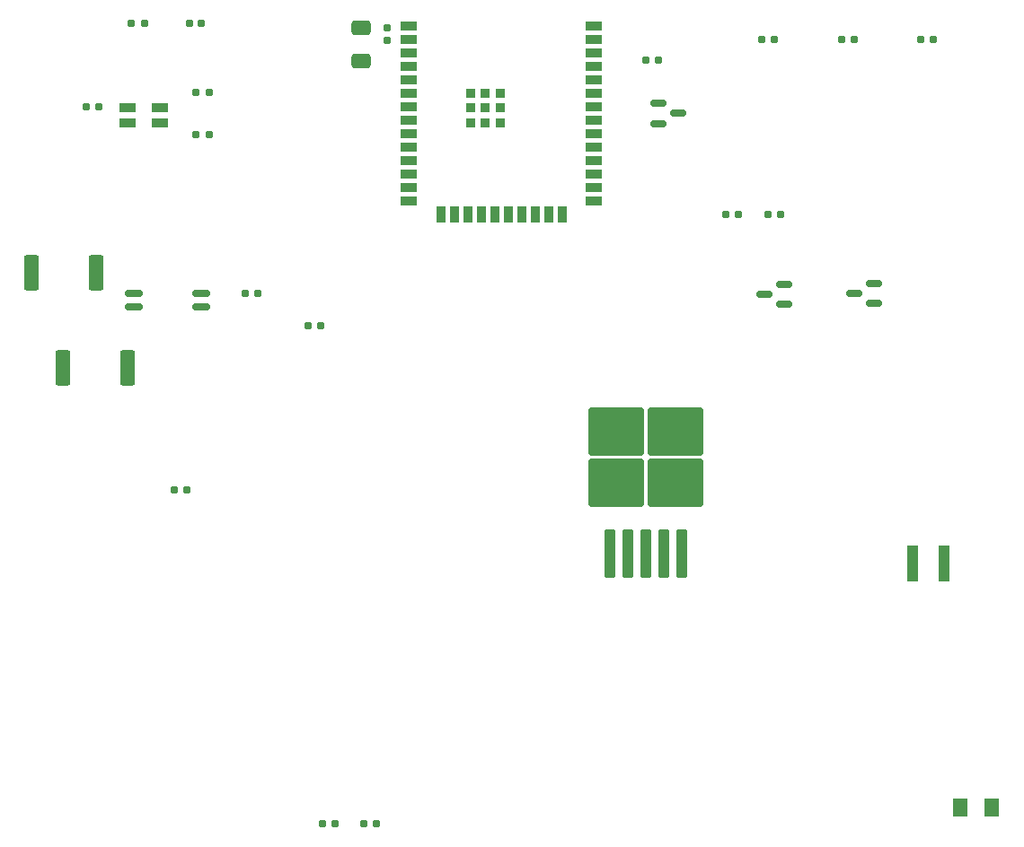
<source format=gbr>
%TF.GenerationSoftware,KiCad,Pcbnew,8.0.3*%
%TF.CreationDate,2024-07-01T15:14:42+02:00*%
%TF.ProjectId,wattwiser,77617474-7769-4736-9572-2e6b69636164,rev?*%
%TF.SameCoordinates,Original*%
%TF.FileFunction,Paste,Top*%
%TF.FilePolarity,Positive*%
%FSLAX46Y46*%
G04 Gerber Fmt 4.6, Leading zero omitted, Abs format (unit mm)*
G04 Created by KiCad (PCBNEW 8.0.3) date 2024-07-01 15:14:42*
%MOMM*%
%LPD*%
G01*
G04 APERTURE LIST*
G04 Aperture macros list*
%AMRoundRect*
0 Rectangle with rounded corners*
0 $1 Rounding radius*
0 $2 $3 $4 $5 $6 $7 $8 $9 X,Y pos of 4 corners*
0 Add a 4 corners polygon primitive as box body*
4,1,4,$2,$3,$4,$5,$6,$7,$8,$9,$2,$3,0*
0 Add four circle primitives for the rounded corners*
1,1,$1+$1,$2,$3*
1,1,$1+$1,$4,$5*
1,1,$1+$1,$6,$7*
1,1,$1+$1,$8,$9*
0 Add four rect primitives between the rounded corners*
20,1,$1+$1,$2,$3,$4,$5,0*
20,1,$1+$1,$4,$5,$6,$7,0*
20,1,$1+$1,$6,$7,$8,$9,0*
20,1,$1+$1,$8,$9,$2,$3,0*%
G04 Aperture macros list end*
%ADD10RoundRect,0.249999X-0.450001X-1.425001X0.450001X-1.425001X0.450001X1.425001X-0.450001X1.425001X0*%
%ADD11RoundRect,0.250000X0.650000X-0.412500X0.650000X0.412500X-0.650000X0.412500X-0.650000X-0.412500X0*%
%ADD12RoundRect,0.160000X-0.197500X-0.160000X0.197500X-0.160000X0.197500X0.160000X-0.197500X0.160000X0*%
%ADD13RoundRect,0.160000X0.197500X0.160000X-0.197500X0.160000X-0.197500X-0.160000X0.197500X-0.160000X0*%
%ADD14R,1.500000X0.900000*%
%ADD15R,0.900000X1.500000*%
%ADD16R,0.900000X0.900000*%
%ADD17RoundRect,0.155000X-0.212500X-0.155000X0.212500X-0.155000X0.212500X0.155000X-0.212500X0.155000X0*%
%ADD18RoundRect,0.150000X-0.587500X-0.150000X0.587500X-0.150000X0.587500X0.150000X-0.587500X0.150000X0*%
%ADD19RoundRect,0.110000X0.440000X1.590000X-0.440000X1.590000X-0.440000X-1.590000X0.440000X-1.590000X0*%
%ADD20RoundRect,0.250001X-0.462499X-0.624999X0.462499X-0.624999X0.462499X0.624999X-0.462499X0.624999X0*%
%ADD21RoundRect,0.155000X0.155000X-0.212500X0.155000X0.212500X-0.155000X0.212500X-0.155000X-0.212500X0*%
%ADD22RoundRect,0.150000X0.587500X0.150000X-0.587500X0.150000X-0.587500X-0.150000X0.587500X-0.150000X0*%
%ADD23RoundRect,0.150000X-0.662500X-0.150000X0.662500X-0.150000X0.662500X0.150000X-0.662500X0.150000X0*%
%ADD24RoundRect,0.250000X0.300000X-2.050000X0.300000X2.050000X-0.300000X2.050000X-0.300000X-2.050000X0*%
%ADD25RoundRect,0.250000X2.375000X-2.025000X2.375000X2.025000X-2.375000X2.025000X-2.375000X-2.025000X0*%
G04 APERTURE END LIST*
D10*
%TO.C,R16*%
X92450000Y-82000000D03*
X98550000Y-82000000D03*
%TD*%
%TO.C,R1*%
X89500000Y-73000000D03*
X95600000Y-73000000D03*
%TD*%
D11*
%TO.C,C2*%
X120500000Y-53062500D03*
X120500000Y-49937500D03*
%TD*%
D12*
%TO.C,R3*%
X147402500Y-53000000D03*
X148597500Y-53000000D03*
%TD*%
D13*
%TO.C,R15*%
X120805000Y-125000000D03*
X122000000Y-125000000D03*
%TD*%
D14*
%TO.C,U1*%
X125000000Y-49750000D03*
X125000000Y-51020000D03*
X125000000Y-52290000D03*
X125000000Y-53560000D03*
X125000000Y-54830000D03*
X125000000Y-56100000D03*
X125000000Y-57370000D03*
X125000000Y-58640000D03*
X125000000Y-59910000D03*
X125000000Y-61180000D03*
X125000000Y-62450000D03*
X125000000Y-63720000D03*
X125000000Y-64990000D03*
X125000000Y-66260000D03*
D15*
X128040000Y-67510000D03*
X129310000Y-67510000D03*
X130580000Y-67510000D03*
X131850000Y-67510000D03*
X133120000Y-67510000D03*
X134390000Y-67510000D03*
X135660000Y-67510000D03*
X136930000Y-67510000D03*
X138200000Y-67510000D03*
X139470000Y-67510000D03*
D14*
X142500000Y-66260000D03*
X142500000Y-64990000D03*
X142500000Y-63720000D03*
X142500000Y-62450000D03*
X142500000Y-61180000D03*
X142500000Y-59910000D03*
X142500000Y-58640000D03*
X142500000Y-57370000D03*
X142500000Y-56100000D03*
X142500000Y-54830000D03*
X142500000Y-53560000D03*
X142500000Y-52290000D03*
X142500000Y-51020000D03*
X142500000Y-49750000D03*
D16*
X130850000Y-56070000D03*
X130850000Y-57470000D03*
X130850000Y-58870000D03*
X132250000Y-56070000D03*
X132250000Y-57470000D03*
X132250000Y-58870000D03*
X133650000Y-56070000D03*
X133650000Y-57470000D03*
X133650000Y-58870000D03*
%TD*%
D13*
%TO.C,R8*%
X106195000Y-60000000D03*
X105000000Y-60000000D03*
%TD*%
D17*
%TO.C,C3*%
X104365000Y-49500000D03*
X105500000Y-49500000D03*
%TD*%
D18*
%TO.C,Q1*%
X148562500Y-57050000D03*
X148562500Y-58950000D03*
X150437500Y-58000000D03*
%TD*%
D19*
%TO.C,L1*%
X175500000Y-100500000D03*
X172500000Y-100500000D03*
%TD*%
D12*
%TO.C,R11*%
X154902500Y-67500000D03*
X156097500Y-67500000D03*
%TD*%
D20*
%TO.C,F1*%
X177025000Y-123500000D03*
X180000000Y-123500000D03*
%TD*%
D13*
%TO.C,R9*%
X106195000Y-56000000D03*
X105000000Y-56000000D03*
%TD*%
%TO.C,R14*%
X104097500Y-93500000D03*
X102902500Y-93500000D03*
%TD*%
%TO.C,R2*%
X110820000Y-75000000D03*
X109625000Y-75000000D03*
%TD*%
D12*
%TO.C,R12*%
X158902500Y-67500000D03*
X160097500Y-67500000D03*
%TD*%
D17*
%TO.C,C6*%
X118067500Y-125000000D03*
X116932500Y-125000000D03*
%TD*%
D13*
%TO.C,R13*%
X116695000Y-78000000D03*
X115500000Y-78000000D03*
%TD*%
D14*
%TO.C,D1*%
X101600000Y-57500000D03*
X101600000Y-58900000D03*
X98500000Y-57500000D03*
X98500000Y-58900000D03*
%TD*%
D12*
%TO.C,R6*%
X173305000Y-51000000D03*
X174500000Y-51000000D03*
%TD*%
%TO.C,R5*%
X165805000Y-51000000D03*
X167000000Y-51000000D03*
%TD*%
%TO.C,R10*%
X98902500Y-49500000D03*
X100097500Y-49500000D03*
%TD*%
D21*
%TO.C,C1*%
X123000000Y-51067500D03*
X123000000Y-49932500D03*
%TD*%
D12*
%TO.C,R4*%
X158305000Y-51000000D03*
X159500000Y-51000000D03*
%TD*%
D22*
%TO.C,Q3*%
X168902500Y-75950000D03*
X168902500Y-74050000D03*
X167027500Y-75000000D03*
%TD*%
%TO.C,Q2*%
X160402500Y-76000000D03*
X160402500Y-74100000D03*
X158527500Y-75050000D03*
%TD*%
D23*
%TO.C,U3*%
X99125000Y-75000000D03*
X99125000Y-76270000D03*
X105500000Y-76270000D03*
X105500000Y-75000000D03*
%TD*%
D12*
%TO.C,R7*%
X94602500Y-57375000D03*
X95797500Y-57375000D03*
%TD*%
D24*
%TO.C,U2*%
X144000000Y-99575000D03*
X145700000Y-99575000D03*
X147400000Y-99575000D03*
D25*
X144625000Y-92850000D03*
X150175000Y-92850000D03*
X144625000Y-88000000D03*
X150175000Y-88000000D03*
D24*
X149100000Y-99575000D03*
X150800000Y-99575000D03*
%TD*%
M02*

</source>
